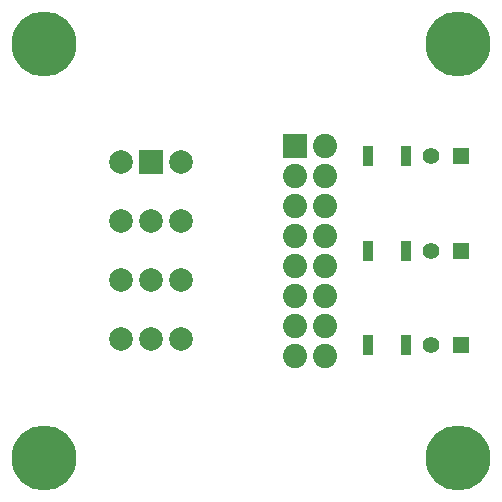
<source format=gbs>
%FSLAX33Y33*%
%MOMM*%
%AMRect-W1400000-H1400000-RO1.000*
21,1,1.4,1.4,0.,0.,180*%
%ADD10C,5.5*%
%ADD11C,2.*%
%ADD12C,1.4*%
%ADD13Rect-W1400000-H1400000-RO1.000*%
%ADD14R,0.82071X1.67071*%
%ADD15R,2.X2.*%
%ADD16R,2.049999X2.049999*%
%ADD17C,2.049999*%
D10*
%LNbottom solder mask_traces*%
%LNbottom solder mask component 6e477e811df8e32e*%
G01*
X40000Y5000D03*
%LNbottom solder mask component 8aa19a9a475ab06d*%
D11*
X11460Y25000D03*
X16540Y25000D03*
%LNbottom solder mask component 42d088f49832dd14*%
D12*
X37730Y30500D03*
D13*
X40270Y30500D03*
%LNbottom solder mask component f3f5b781052c70a8*%
D10*
X40000Y40000D03*
%LNbottom solder mask component 066798f312f84cc6*%
D12*
X37730Y22500D03*
D13*
X40270Y22500D03*
%LNbottom solder mask component 2b46bd6407843b15*%
D14*
X32425Y14500D03*
X35575Y14500D03*
%LNbottom solder mask component f58287f33a8996b4*%
X32425Y22500D03*
X35575Y22500D03*
%LNbottom solder mask component 8aa9dbe17b2694dd*%
D15*
X14000Y30000D03*
D11*
X14000Y25000D03*
X14000Y20000D03*
X14000Y15000D03*
%LNbottom solder mask component b5b3b87ae0d53d4d*%
D10*
X5000Y40000D03*
%LNbottom solder mask component 0af2d2f02e1cb27f*%
D14*
X32425Y30500D03*
X35575Y30500D03*
%LNbottom solder mask component 10c16d8175be8e60*%
D10*
X5000Y5000D03*
%LNbottom solder mask component 02f0c27996d92107*%
D12*
X37730Y14500D03*
D13*
X40270Y14500D03*
%LNbottom solder mask component eaa60ad4603cc8b7*%
D11*
X11460Y20000D03*
X16540Y20000D03*
%LNbottom solder mask component c63f2cfbf6a36a1e*%
X11460Y15000D03*
X16540Y15000D03*
%LNbottom solder mask component a6d66b3445016952*%
X11460Y30000D03*
X16540Y30000D03*
%LNbottom solder mask component 41c15735770252ef*%
D16*
X26230Y31390D03*
D17*
X26230Y28850D03*
X26230Y26310D03*
X26230Y23770D03*
X26230Y21230D03*
X26230Y18690D03*
X26230Y16150D03*
X26230Y13610D03*
X28770Y31390D03*
X28770Y28850D03*
X28770Y26310D03*
X28770Y23770D03*
X28770Y21230D03*
X28770Y18690D03*
X28770Y16150D03*
X28770Y13610D03*
M02*
</source>
